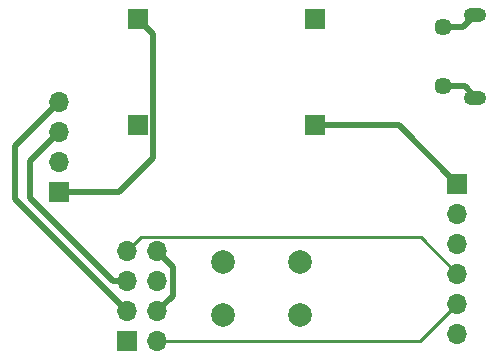
<source format=gbr>
%TF.GenerationSoftware,KiCad,Pcbnew,7.0.9-7.0.9~ubuntu22.04.1*%
%TF.CreationDate,2023-12-22T13:51:18+00:00*%
%TF.ProjectId,wifi_temp_sensor,77696669-5f74-4656-9d70-5f73656e736f,rev?*%
%TF.SameCoordinates,Original*%
%TF.FileFunction,Copper,L2,Bot*%
%TF.FilePolarity,Positive*%
%FSLAX46Y46*%
G04 Gerber Fmt 4.6, Leading zero omitted, Abs format (unit mm)*
G04 Created by KiCad (PCBNEW 7.0.9-7.0.9~ubuntu22.04.1) date 2023-12-22 13:51:18*
%MOMM*%
%LPD*%
G01*
G04 APERTURE LIST*
%TA.AperFunction,ComponentPad*%
%ADD10R,1.700000X1.700000*%
%TD*%
%TA.AperFunction,ComponentPad*%
%ADD11O,1.700000X1.700000*%
%TD*%
%TA.AperFunction,ComponentPad*%
%ADD12C,2.000000*%
%TD*%
%TA.AperFunction,ComponentPad*%
%ADD13O,1.900000X1.200000*%
%TD*%
%TA.AperFunction,ComponentPad*%
%ADD14C,1.450000*%
%TD*%
%TA.AperFunction,Conductor*%
%ADD15C,0.500000*%
%TD*%
%TA.AperFunction,Conductor*%
%ADD16C,0.250000*%
%TD*%
G04 APERTURE END LIST*
D10*
%TO.P,J4,1,Pin_1*%
%TO.N,GND*%
X211455000Y-43180000D03*
D11*
%TO.P,J4,2,Pin_2*%
%TO.N,unconnected-(J4-Pin_2-Pad2)*%
X211455000Y-45720000D03*
%TO.P,J4,3,Pin_3*%
%TO.N,+5V*%
X211455000Y-48260000D03*
%TO.P,J4,4,Pin_4*%
%TO.N,ESP_Rx*%
X211455000Y-50800000D03*
%TO.P,J4,5,Pin_5*%
%TO.N,ESP_Tx*%
X211455000Y-53340000D03*
%TO.P,J4,6,Pin_6*%
%TO.N,unconnected-(J4-Pin_6-Pad6)*%
X211455000Y-55880000D03*
%TD*%
%TO.P,J3,4,Pin_4*%
%TO.N,SDA*%
X177755000Y-36235000D03*
%TO.P,J3,3,Pin_3*%
%TO.N,SCL*%
X177755000Y-38775000D03*
%TO.P,J3,2,Pin_2*%
%TO.N,GND*%
X177755000Y-41315000D03*
D10*
%TO.P,J3,1,Pin_1*%
%TO.N,+3.3V*%
X177755000Y-43855000D03*
%TD*%
D12*
%TO.P,SW1,1*%
%TO.N,SCL*%
X198120000Y-49820000D03*
X191620000Y-49820000D03*
%TO.P,SW1,2*%
%TO.N,+3.3V*%
X198120000Y-54320000D03*
X191620000Y-54320000D03*
%TD*%
D10*
%TO.P,J8,1,Pin_1*%
%TO.N,GND*%
X184390000Y-38210000D03*
%TD*%
%TO.P,J6,1,Pin_1*%
%TO.N,GND*%
X199390000Y-38210000D03*
%TD*%
D11*
%TO.P,J2,8,Pin_8*%
%TO.N,+3.3V*%
X186055000Y-48895000D03*
%TO.P,J2,7,Pin_7*%
%TO.N,ESP_Rx*%
X183515000Y-48895000D03*
%TO.P,J2,6,Pin_6*%
%TO.N,unconnected-(J2-Pin_6-Pad6)*%
X186055000Y-51435000D03*
%TO.P,J2,5,Pin_5*%
%TO.N,SCL*%
X183515000Y-51435000D03*
%TO.P,J2,4,Pin_4*%
%TO.N,+3.3V*%
X186055000Y-53975000D03*
%TO.P,J2,3,Pin_3*%
%TO.N,SDA*%
X183515000Y-53975000D03*
%TO.P,J2,2,Pin_2*%
%TO.N,ESP_Tx*%
X186055000Y-56515000D03*
D10*
%TO.P,J2,1,Pin_1*%
%TO.N,GND*%
X183515000Y-56515000D03*
%TD*%
D13*
%TO.P,J1,6,Shield*%
%TO.N,unconnected-(J1-Shield-Pad6)*%
X212962500Y-28917500D03*
D14*
X210262500Y-34917500D03*
D13*
X212962500Y-35917500D03*
D14*
X210262500Y-29917500D03*
%TD*%
D10*
%TO.P,5VIN1,1,Pin_1*%
%TO.N,+5V*%
X199390000Y-29210000D03*
%TD*%
%TO.P,3_3VOUT1,1,Pin_1*%
%TO.N,+3.3V*%
X184390000Y-29210000D03*
%TD*%
D15*
%TO.N,unconnected-(J1-Shield-Pad6)*%
X212962500Y-35917500D02*
X212962500Y-35797500D01*
X212962500Y-35797500D02*
X212082500Y-34917500D01*
X212082500Y-34917500D02*
X210262500Y-34917500D01*
X210262500Y-29917500D02*
X211962500Y-29917500D01*
X211962500Y-29917500D02*
X212962500Y-28917500D01*
%TO.N,+3.3V*%
X184390000Y-29210000D02*
X185690000Y-30510000D01*
X185690000Y-30510000D02*
X185690000Y-41005000D01*
X185690000Y-41005000D02*
X182840000Y-43855000D01*
X182840000Y-43855000D02*
X177755000Y-43855000D01*
%TO.N,SDA*%
X183515000Y-53975000D02*
X173990000Y-44450000D01*
X173990000Y-44450000D02*
X173990000Y-40000000D01*
X173990000Y-40000000D02*
X177755000Y-36235000D01*
%TO.N,SCL*%
X183515000Y-51435000D02*
X182312919Y-51435000D01*
X182312919Y-51435000D02*
X175260000Y-44382081D01*
X175260000Y-44382081D02*
X175260000Y-41270000D01*
X175260000Y-41270000D02*
X177755000Y-38775000D01*
%TO.N,GND*%
X199390000Y-38210000D02*
X206485000Y-38210000D01*
X206485000Y-38210000D02*
X211455000Y-43180000D01*
D16*
%TO.N,ESP_Tx*%
X186055000Y-56515000D02*
X208280000Y-56515000D01*
X208280000Y-56515000D02*
X211455000Y-53340000D01*
%TO.N,ESP_Rx*%
X183515000Y-48895000D02*
X184690000Y-47720000D01*
X184690000Y-47720000D02*
X208375000Y-47720000D01*
X208375000Y-47720000D02*
X211455000Y-50800000D01*
D15*
%TO.N,+3.3V*%
X186055000Y-53975000D02*
X187355000Y-52675000D01*
X187355000Y-52675000D02*
X187355000Y-50195000D01*
X187355000Y-50195000D02*
X186055000Y-48895000D01*
X186400000Y-54320000D02*
X186055000Y-53975000D01*
%TD*%
M02*

</source>
